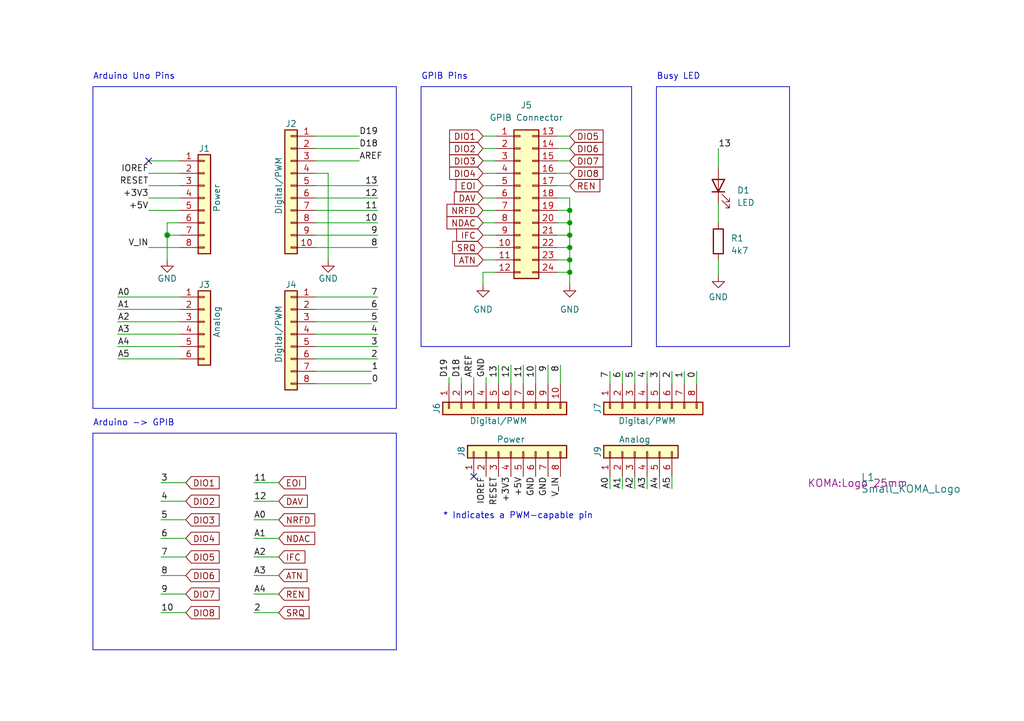
<source format=kicad_sch>
(kicad_sch (version 20230121) (generator eeschema)
  (paper "A5")
  (title_block (date "mar. 31 mars 2015"))
  (lib_symbols
    (symbol "Connector_Generic:Conn_01x06" (pin_names (offset 1.016) hide)
      (property "Reference" "J" (at 0 7.62 0))
      (property "Value" "Conn_01x06" (at 0 -10.16 0))
      (symbol "Conn_01x06_1_1"
        (rectangle (start -1.27 -7.493) (end 0 -7.747) (stroke (width 0.1524)))
        (rectangle (start -1.27 -4.953) (end 0 -5.207) (stroke (width 0.1524)))
        (rectangle (start -1.27 -2.413) (end 0 -2.667) (stroke (width 0.1524)))
        (rectangle (start -1.27 0.127) (end 0 -0.127) (stroke (width 0.1524)))
        (rectangle (start -1.27 2.667) (end 0 2.413) (stroke (width 0.1524)))
        (rectangle (start -1.27 5.207) (end 0 4.953) (stroke (width 0.1524)))
        (rectangle (start -1.27 6.35) (end 1.27 -8.89) (stroke (width 0.254)) (fill (type background)))
        (pin passive line (at -5.08 5.08 0) (length 3.81) (name "Pin_1") (number "1"))
        (pin passive line (at -5.08 2.54 0) (length 3.81) (name "Pin_2") (number "2"))
        (pin passive line (at -5.08 0 0) (length 3.81) (name "Pin_3") (number "3"))
        (pin passive line (at -5.08 -2.54 0) (length 3.81) (name "Pin_4") (number "4"))
        (pin passive line (at -5.08 -5.08 0) (length 3.81) (name "Pin_5") (number "5"))
        (pin passive line (at -5.08 -7.62 0) (length 3.81) (name "Pin_6") (number "6"))
      )
    )
    (symbol "Connector_Generic:Conn_01x08" (pin_names (offset 1.016) hide)
      (property "Reference" "J" (at 0 10.16 0))
      (property "Value" "Conn_01x08" (at 0 -12.7 0))
      (symbol "Conn_01x08_1_1"
        (rectangle (start -1.27 -10.033) (end 0 -10.287) (stroke (width 0.1524)))
        (rectangle (start -1.27 -7.493) (end 0 -7.747) (stroke (width 0.1524)))
        (rectangle (start -1.27 -4.953) (end 0 -5.207) (stroke (width 0.1524)))
        (rectangle (start -1.27 -2.413) (end 0 -2.667) (stroke (width 0.1524)))
        (rectangle (start -1.27 0.127) (end 0 -0.127) (stroke (width 0.1524)))
        (rectangle (start -1.27 2.667) (end 0 2.413) (stroke (width 0.1524)))
        (rectangle (start -1.27 5.207) (end 0 4.953) (stroke (width 0.1524)))
        (rectangle (start -1.27 7.747) (end 0 7.493) (stroke (width 0.1524)))
        (rectangle (start -1.27 8.89) (end 1.27 -11.43) (stroke (width 0.254)) (fill (type background)))
        (pin passive line (at -5.08 7.62 0) (length 3.81) (name "Pin_1") (number "1"))
        (pin passive line (at -5.08 5.08 0) (length 3.81) (name "Pin_2") (number "2"))
        (pin passive line (at -5.08 2.54 0) (length 3.81) (name "Pin_3") (number "3"))
        (pin passive line (at -5.08 0 0) (length 3.81) (name "Pin_4") (number "4"))
        (pin passive line (at -5.08 -2.54 0) (length 3.81) (name "Pin_5") (number "5"))
        (pin passive line (at -5.08 -5.08 0) (length 3.81) (name "Pin_6") (number "6"))
        (pin passive line (at -5.08 -7.62 0) (length 3.81) (name "Pin_7") (number "7"))
        (pin passive line (at -5.08 -10.16 0) (length 3.81) (name "Pin_8") (number "8"))
      )
    )
    (symbol "Connector_Generic:Conn_01x10" (pin_names (offset 1.016) hide)
      (property "Reference" "J" (at 0 12.7 0))
      (property "Value" "Conn_01x10" (at 0 -15.24 0))
      (symbol "Conn_01x10_1_1"
        (rectangle (start -1.27 -12.573) (end 0 -12.827) (stroke (width 0.1524)))
        (rectangle (start -1.27 -10.033) (end 0 -10.287) (stroke (width 0.1524)))
        (rectangle (start -1.27 -7.493) (end 0 -7.747) (stroke (width 0.1524)))
        (rectangle (start -1.27 -4.953) (end 0 -5.207) (stroke (width 0.1524)))
        (rectangle (start -1.27 -2.413) (end 0 -2.667) (stroke (width 0.1524)))
        (rectangle (start -1.27 0.127) (end 0 -0.127) (stroke (width 0.1524)))
        (rectangle (start -1.27 2.667) (end 0 2.413) (stroke (width 0.1524)))
        (rectangle (start -1.27 5.207) (end 0 4.953) (stroke (width 0.1524)))
        (rectangle (start -1.27 7.747) (end 0 7.493) (stroke (width 0.1524)))
        (rectangle (start -1.27 10.287) (end 0 10.033) (stroke (width 0.1524)))
        (rectangle (start -1.27 11.43) (end 1.27 -13.97) (stroke (width 0.254)) (fill (type background)))
        (pin passive line (at -5.08 10.16 0) (length 3.81) (name "Pin_1") (number "1"))
        (pin passive line (at -5.08 -12.7 0) (length 3.81) (name "Pin_10") (number "10"))
        (pin passive line (at -5.08 7.62 0) (length 3.81) (name "Pin_2") (number "2"))
        (pin passive line (at -5.08 5.08 0) (length 3.81) (name "Pin_3") (number "3"))
        (pin passive line (at -5.08 2.54 0) (length 3.81) (name "Pin_4") (number "4"))
        (pin passive line (at -5.08 0 0) (length 3.81) (name "Pin_5") (number "5"))
        (pin passive line (at -5.08 -2.54 0) (length 3.81) (name "Pin_6") (number "6"))
        (pin passive line (at -5.08 -5.08 0) (length 3.81) (name "Pin_7") (number "7"))
        (pin passive line (at -5.08 -7.62 0) (length 3.81) (name "Pin_8") (number "8"))
        (pin passive line (at -5.08 -10.16 0) (length 3.81) (name "Pin_9") (number "9"))
      )
    )
    (symbol "Connector_Generic:Conn_02x12_Top_Bottom" (pin_names (offset 1.016) hide)
      (property "Reference" "J" (at 1.27 15.24 0))
      (property "Value" "Conn_02x12_Top_Bottom" (at 1.27 -17.78 0))
      (symbol "Conn_02x12_Top_Bottom_1_1"
        (rectangle (start -1.27 -15.113) (end 0 -15.367) (stroke (width 0.1524)))
        (rectangle (start -1.27 -12.573) (end 0 -12.827) (stroke (width 0.1524)))
        (rectangle (start -1.27 -10.033) (end 0 -10.287) (stroke (width 0.1524)))
        (rectangle (start -1.27 -7.493) (end 0 -7.747) (stroke (width 0.1524)))
        (rectangle (start -1.27 -4.953) (end 0 -5.207) (stroke (width 0.1524)))
        (rectangle (start -1.27 -2.413) (end 0 -2.667) (stroke (width 0.1524)))
        (rectangle (start -1.27 0.127) (end 0 -0.127) (stroke (width 0.1524)))
        (rectangle (start -1.27 2.667) (end 0 2.413) (stroke (width 0.1524)))
        (rectangle (start -1.27 5.207) (end 0 4.953) (stroke (width 0.1524)))
        (rectangle (start -1.27 7.747) (end 0 7.493) (stroke (width 0.1524)))
        (rectangle (start -1.27 10.287) (end 0 10.033) (stroke (width 0.1524)))
        (rectangle (start -1.27 12.827) (end 0 12.573) (stroke (width 0.1524)))
        (rectangle (start -1.27 13.97) (end 3.81 -16.51) (stroke (width 0.254)) (fill (type background)))
        (rectangle (start 3.81 -15.113) (end 2.54 -15.367) (stroke (width 0.1524)))
        (rectangle (start 3.81 -12.573) (end 2.54 -12.827) (stroke (width 0.1524)))
        (rectangle (start 3.81 -10.033) (end 2.54 -10.287) (stroke (width 0.1524)))
        (rectangle (start 3.81 -7.493) (end 2.54 -7.747) (stroke (width 0.1524)))
        (rectangle (start 3.81 -4.953) (end 2.54 -5.207) (stroke (width 0.1524)))
        (rectangle (start 3.81 -2.413) (end 2.54 -2.667) (stroke (width 0.1524)))
        (rectangle (start 3.81 0.127) (end 2.54 -0.127) (stroke (width 0.1524)))
        (rectangle (start 3.81 2.667) (end 2.54 2.413) (stroke (width 0.1524)))
        (rectangle (start 3.81 5.207) (end 2.54 4.953) (stroke (width 0.1524)))
        (rectangle (start 3.81 7.747) (end 2.54 7.493) (stroke (width 0.1524)))
        (rectangle (start 3.81 10.287) (end 2.54 10.033) (stroke (width 0.1524)))
        (rectangle (start 3.81 12.827) (end 2.54 12.573) (stroke (width 0.1524)))
        (pin passive line (at -5.08 12.7 0) (length 3.81) (name "Pin_1") (number "1"))
        (pin passive line (at -5.08 -10.16 0) (length 3.81) (name "Pin_10") (number "10"))
        (pin passive line (at -5.08 -12.7 0) (length 3.81) (name "Pin_11") (number "11"))
        (pin passive line (at -5.08 -15.24 0) (length 3.81) (name "Pin_12") (number "12"))
        (pin passive line (at 7.62 12.7 180) (length 3.81) (name "Pin_13") (number "13"))
        (pin passive line (at 7.62 10.16 180) (length 3.81) (name "Pin_14") (number "14"))
        (pin passive line (at 7.62 7.62 180) (length 3.81) (name "Pin_15") (number "15"))
        (pin passive line (at 7.62 5.08 180) (length 3.81) (name "Pin_16") (number "16"))
        (pin passive line (at 7.62 2.54 180) (length 3.81) (name "Pin_17") (number "17"))
        (pin passive line (at 7.62 0 180) (length 3.81) (name "Pin_18") (number "18"))
        (pin passive line (at 7.62 -2.54 180) (length 3.81) (name "Pin_19") (number "19"))
        (pin passive line (at -5.08 10.16 0) (length 3.81) (name "Pin_2") (number "2"))
        (pin passive line (at 7.62 -5.08 180) (length 3.81) (name "Pin_20") (number "20"))
        (pin passive line (at 7.62 -7.62 180) (length 3.81) (name "Pin_21") (number "21"))
        (pin passive line (at 7.62 -10.16 180) (length 3.81) (name "Pin_22") (number "22"))
        (pin passive line (at 7.62 -12.7 180) (length 3.81) (name "Pin_23") (number "23"))
        (pin passive line (at 7.62 -15.24 180) (length 3.81) (name "Pin_24") (number "24"))
        (pin passive line (at -5.08 7.62 0) (length 3.81) (name "Pin_3") (number "3"))
        (pin passive line (at -5.08 5.08 0) (length 3.81) (name "Pin_4") (number "4"))
        (pin passive line (at -5.08 2.54 0) (length 3.81) (name "Pin_5") (number "5"))
        (pin passive line (at -5.08 0 0) (length 3.81) (name "Pin_6") (number "6"))
        (pin passive line (at -5.08 -2.54 0) (length 3.81) (name "Pin_7") (number "7"))
        (pin passive line (at -5.08 -5.08 0) (length 3.81) (name "Pin_8") (number "8"))
        (pin passive line (at -5.08 -7.62 0) (length 3.81) (name "Pin_9") (number "9"))
      )
    )
    (symbol "Device:LED" (pin_numbers hide) (pin_names (offset 1.016) hide)
      (property "Reference" "D" (at 0 2.54 0))
      (property "Value" "LED" (at 0 -2.54 0))
      (symbol "LED_0_1"
        (polyline (pts (xy -1.27 -1.27) (xy -1.27 1.27)) (stroke (width 0.254)))
        (polyline (pts (xy -1.27 0) (xy 1.27 0)))
        (polyline (pts (xy 1.27 -1.27) (xy 1.27 1.27) (xy -1.27 0) (xy 1.27 -1.27)) (stroke (width 0.254)))
        (polyline (pts (xy -3.048 -0.762) (xy -4.572 -2.286) (xy -3.81 -2.286) (xy -4.572 -2.286) (xy -4.572 -1.524)))
        (polyline (pts (xy -1.778 -0.762) (xy -3.302 -2.286) (xy -2.54 -2.286) (xy -3.302 -2.286) (xy -3.302 -1.524)))
      )
      (symbol "LED_1_1"
        (pin passive line (at -3.81 0 0) (length 2.54) (name "K") (number "1"))
        (pin passive line (at 3.81 0 180) (length 2.54) (name "A") (number "2"))
      )
    )
    (symbol "Device:R" (pin_numbers hide) (pin_names (offset 0))
      (property "Reference" "R" (at 2.032 0 90))
      (property "Value" "R" (at 0 0 90))
      (symbol "R_0_1"
        (rectangle (start -1.016 -2.54) (end 1.016 2.54) (stroke (width 0.254)))
      )
      (symbol "R_1_1"
        (pin passive line (at 0 3.81 270) (length 1.27) (name "~") (number "1"))
        (pin passive line (at 0 -3.81 90) (length 1.27) (name "~") (number "2"))
      )
    )
    (symbol "GND_1" (power) (pin_names (offset 0))
      (property "Value" "GND_1" (at 0 -3.81 0))
      (symbol "GND_1_0_1"
        (polyline (pts (xy 0 0) (xy 0 -1.27) (xy 1.27 -1.27) (xy 0 -2.54) (xy -1.27 -1.27) (xy 0 -1.27)))
      )
      (symbol "GND_1_1_1"
        (pin power_in line (at 0 0 270) (length 0) hide (name "GND") (number "1"))
      )
    )
    (symbol "GND_2" (power) (pin_names (offset 0))
      (property "Value" "GND_2" (at 0 -3.81 0))
      (symbol "GND_2_0_1"
        (polyline (pts (xy 0 0) (xy 0 -1.27) (xy 1.27 -1.27) (xy 0 -2.54) (xy -1.27 -1.27) (xy 0 -1.27)))
      )
      (symbol "GND_2_1_1"
        (pin power_in line (at 0 0 270) (length 0) hide (name "GND") (number "1"))
      )
    )
    (symbol "KOMA:Small_KOMA_Logo" (pin_names (offset 1.016))
      (property "Reference" "L" (at 0 0 0))
      (property "Value" "Small_KOMA_Logo" (at 0 -2.54 0))
    )
    (symbol "power:GND" (power) (pin_names (offset 0))
      (property "Value" "GND" (at 0 -3.81 0))
      (symbol "GND_0_1"
        (polyline (pts (xy 0 0) (xy 0 -1.27) (xy 1.27 -1.27) (xy 0 -2.54) (xy -1.27 -1.27) (xy 0 -1.27)))
      )
      (symbol "GND_1_1"
        (pin power_in line (at 0 0 270) (length 0) hide (name "GND") (number "1"))
      )
    )
  )
  (junction (at 116.84 50.8))
  (junction (at 116.84 48.26))
  (junction (at 116.84 43.18))
  (junction (at 34.29 48.26) (diameter 1.016))
  (junction (at 116.84 55.88))
  (junction (at 116.84 45.72))
  (junction (at 116.84 53.34))
  (no_connect (at 30.48 33.02))
  (no_connect (at 97.155 97.79))
  (wire (pts (xy 64.77 78.74) (xy 76.2 78.74)))
  (wire (pts (xy 132.715 78.74) (xy 132.715 76.2)))
  (wire (pts (xy 64.77 45.72) (xy 77.47 45.72)))
  (wire (pts (xy 30.48 35.56) (xy 36.83 35.56)))
  (wire (pts (xy 116.84 50.8) (xy 114.3 50.8)))
  (wire (pts (xy 116.84 48.26) (xy 116.84 50.8)))
  (wire (pts (xy 102.235 78.74) (xy 102.235 74.93)))
  (wire (pts (xy 116.84 55.88) (xy 116.84 58.42)))
  (wire (pts (xy 64.77 27.94) (xy 73.66 27.94)))
  (wire (pts (xy 99.06 50.8) (xy 101.6 50.8)))
  (wire (pts (xy 116.84 35.56) (xy 114.3 35.56)))
  (wire (pts (xy 114.3 38.1) (xy 116.84 38.1)))
  (polyline (pts (xy 86.36 71.12) (xy 129.54 71.12)))
  (wire (pts (xy 34.29 45.72) (xy 34.29 48.26)))
  (wire (pts (xy 30.48 33.02) (xy 36.83 33.02)))
  (wire (pts (xy 99.06 45.72) (xy 101.6 45.72)))
  (wire (pts (xy 99.06 38.1) (xy 101.6 38.1)))
  (wire (pts (xy 94.615 78.74) (xy 94.615 77.47)))
  (wire (pts (xy 34.29 48.26) (xy 34.29 53.34)))
  (wire (pts (xy 137.795 97.79) (xy 137.795 100.33)))
  (wire (pts (xy 116.84 53.34) (xy 114.3 53.34)))
  (wire (pts (xy 116.84 40.64) (xy 116.84 43.18)))
  (wire (pts (xy 30.48 40.64) (xy 36.83 40.64)))
  (wire (pts (xy 30.48 43.18) (xy 36.83 43.18)))
  (wire (pts (xy 130.175 78.74) (xy 130.175 76.2)))
  (wire (pts (xy 33.02 102.87) (xy 38.1 102.87)))
  (wire (pts (xy 116.84 50.8) (xy 116.84 53.34)))
  (wire (pts (xy 30.48 38.1) (xy 36.83 38.1)))
  (wire (pts (xy 52.07 106.68) (xy 57.15 106.68)))
  (wire (pts (xy 33.02 99.06) (xy 38.1 99.06)))
  (wire (pts (xy 64.77 38.1) (xy 77.47 38.1)))
  (wire (pts (xy 140.335 78.74) (xy 140.335 76.2)))
  (wire (pts (xy 64.77 60.96) (xy 77.47 60.96)))
  (wire (pts (xy 52.07 118.11) (xy 57.15 118.11)))
  (wire (pts (xy 99.06 53.34) (xy 101.6 53.34)))
  (wire (pts (xy 52.07 102.87) (xy 57.15 102.87)))
  (wire (pts (xy 36.83 60.96) (xy 24.13 60.96)))
  (wire (pts (xy 52.07 125.73) (xy 57.15 125.73)))
  (wire (pts (xy 64.77 40.64) (xy 77.47 40.64)))
  (wire (pts (xy 135.255 78.74) (xy 135.255 76.2)))
  (wire (pts (xy 116.84 40.64) (xy 114.3 40.64)))
  (wire (pts (xy 52.07 114.3) (xy 57.15 114.3)))
  (polyline (pts (xy 19.05 88.9) (xy 19.05 133.35)))
  (wire (pts (xy 64.77 63.5) (xy 77.47 63.5)))
  (wire (pts (xy 116.84 30.48) (xy 114.3 30.48)))
  (wire (pts (xy 33.02 110.49) (xy 38.1 110.49)))
  (wire (pts (xy 116.84 48.26) (xy 114.3 48.26)))
  (wire (pts (xy 116.84 55.88) (xy 114.3 55.88)))
  (wire (pts (xy 52.07 121.92) (xy 57.15 121.92)))
  (wire (pts (xy 64.77 48.26) (xy 77.47 48.26)))
  (wire (pts (xy 132.715 97.79) (xy 132.715 100.33)))
  (wire (pts (xy 116.84 33.02) (xy 114.3 33.02)))
  (wire (pts (xy 64.77 68.58) (xy 77.47 68.58)))
  (wire (pts (xy 116.84 53.34) (xy 116.84 55.88)))
  (wire (pts (xy 127.635 97.79) (xy 127.635 100.33)))
  (wire (pts (xy 99.06 43.18) (xy 101.6 43.18)))
  (wire (pts (xy 147.32 41.91) (xy 147.32 45.72)))
  (polyline (pts (xy 81.28 133.35) (xy 81.28 88.9)))
  (wire (pts (xy 67.31 35.56) (xy 67.31 53.34)))
  (wire (pts (xy 130.175 97.79) (xy 130.175 100.33)))
  (wire (pts (xy 116.84 43.18) (xy 116.84 45.72)))
  (wire (pts (xy 99.695 77.47) (xy 99.695 78.74)))
  (wire (pts (xy 64.77 33.02) (xy 73.66 33.02)))
  (wire (pts (xy 142.875 78.74) (xy 142.875 76.2)))
  (polyline (pts (xy 134.62 17.78) (xy 134.62 71.12)))
  (wire (pts (xy 116.84 45.72) (xy 116.84 48.26)))
  (wire (pts (xy 52.07 110.49) (xy 57.15 110.49)))
  (wire (pts (xy 36.83 66.04) (xy 24.13 66.04)))
  (wire (pts (xy 99.06 27.94) (xy 101.6 27.94)))
  (polyline (pts (xy 19.05 17.78) (xy 81.28 17.78)))
  (wire (pts (xy 109.855 78.74) (xy 109.855 74.93)))
  (wire (pts (xy 36.83 48.26) (xy 34.29 48.26)))
  (polyline (pts (xy 19.05 88.9) (xy 81.28 88.9)))
  (wire (pts (xy 112.395 78.74) (xy 112.395 74.93)))
  (wire (pts (xy 52.07 99.06) (xy 57.15 99.06)))
  (wire (pts (xy 116.84 45.72) (xy 114.3 45.72)))
  (polyline (pts (xy 81.28 83.82) (xy 81.28 17.78)))
  (wire (pts (xy 30.48 50.8) (xy 36.83 50.8)))
  (polyline (pts (xy 19.05 17.78) (xy 19.05 83.82)))
  (wire (pts (xy 116.84 43.18) (xy 114.3 43.18)))
  (wire (pts (xy 125.095 97.79) (xy 125.095 100.33)))
  (wire (pts (xy 24.13 63.5) (xy 36.83 63.5)))
  (polyline (pts (xy 161.925 71.12) (xy 161.925 17.78)))
  (polyline (pts (xy 134.62 17.78) (xy 161.925 17.78)))
  (wire (pts (xy 33.02 118.11) (xy 38.1 118.11)))
  (polyline (pts (xy 86.36 17.78) (xy 86.36 71.12)))
  (wire (pts (xy 99.06 33.02) (xy 101.6 33.02)))
  (wire (pts (xy 97.155 78.74) (xy 97.155 77.47)))
  (wire (pts (xy 24.13 73.66) (xy 36.83 73.66)))
  (wire (pts (xy 33.02 121.92) (xy 38.1 121.92)))
  (wire (pts (xy 64.77 35.56) (xy 67.31 35.56)))
  (wire (pts (xy 116.84 27.94) (xy 114.3 27.94)))
  (wire (pts (xy 33.02 114.3) (xy 38.1 114.3)))
  (wire (pts (xy 36.83 45.72) (xy 34.29 45.72)))
  (wire (pts (xy 135.255 97.79) (xy 135.255 100.33)))
  (polyline (pts (xy 86.36 17.78) (xy 129.54 17.78)))
  (wire (pts (xy 64.77 43.18) (xy 77.47 43.18)))
  (wire (pts (xy 99.06 55.88) (xy 101.6 55.88)))
  (wire (pts (xy 99.06 35.56) (xy 101.6 35.56)))
  (wire (pts (xy 92.075 78.74) (xy 92.075 77.47)))
  (wire (pts (xy 64.77 66.04) (xy 77.47 66.04)))
  (wire (pts (xy 24.13 68.58) (xy 36.83 68.58)))
  (wire (pts (xy 33.02 106.68) (xy 38.1 106.68)))
  (wire (pts (xy 114.935 78.74) (xy 114.935 74.93)))
  (polyline (pts (xy 134.62 71.12) (xy 161.925 71.12)))
  (wire (pts (xy 33.02 125.73) (xy 38.1 125.73)))
  (wire (pts (xy 99.06 40.64) (xy 101.6 40.64)))
  (wire (pts (xy 147.32 53.34) (xy 147.32 56.515)))
  (wire (pts (xy 99.06 55.88) (xy 99.06 58.42)))
  (polyline (pts (xy 19.05 83.82) (xy 81.28 83.82)))
  (polyline (pts (xy 19.05 133.35) (xy 81.28 133.35)))
  (wire (pts (xy 64.77 30.48) (xy 73.66 30.48)))
  (wire (pts (xy 137.795 78.74) (xy 137.795 76.2)))
  (wire (pts (xy 64.77 73.66) (xy 77.47 73.66)))
  (polyline (pts (xy 129.54 71.12) (xy 129.54 17.78)))
  (wire (pts (xy 64.77 71.12) (xy 77.47 71.12)))
  (wire (pts (xy 104.775 78.74) (xy 104.775 74.93)))
  (wire (pts (xy 99.06 30.48) (xy 101.6 30.48)))
  (wire (pts (xy 125.095 78.74) (xy 125.095 76.2)))
  (wire (pts (xy 99.06 48.26) (xy 101.6 48.26)))
  (wire (pts (xy 107.315 78.74) (xy 107.315 74.93)))
  (wire (pts (xy 64.77 76.2) (xy 76.2 76.2)))
  (wire (pts (xy 127.635 78.74) (xy 127.635 76.2)))
  (wire (pts (xy 36.83 71.12) (xy 24.13 71.12)))
  (wire (pts (xy 64.77 50.8) (xy 77.47 50.8)))
  (wire (pts (xy 147.32 30.48) (xy 147.32 34.29)))
  (text "GPIB Pins" (at 86.36 16.51 0) (effects (font (size 1.27 1.27)) (justify left bottom)))
  (text "Arduino -> GPIB" (at 19.05 87.63 0) (effects (font (size 1.27 1.27)) (justify left bottom)))
  (text "Busy LED" (at 134.62 16.51 0) (effects (font (size 1.27 1.27)) (justify left bottom)))
  (text "* Indicates a PWM-capable pin" (at 90.805 106.68 0) (effects (font (size 1.27 1.27)) (justify left bottom)))
  (text "Arduino Uno Pins" (at 19.05 16.51 0) (effects (font (size 1.27 1.27)) (justify left bottom)))
  (label "5" (at 33.02 106.68 0))
  (label "A2" (at 24.13 66.04 0))
  (label "A0" (at 52.07 106.68 0))
  (label "4" (at 77.47 68.58 180))
  (label "A4" (at 52.07 121.92 0))
  (label "1" (at 76.2 76.2 0))
  (label "2" (at 52.07 125.73 0))
  (label "4" (at 132.715 76.2 270))
  (label "2" (at 77.47 73.66 180))
  (label "0" (at 76.2 78.74 0))
  (label "D18" (at 94.615 77.47 90))
  (label "IOREF" (at 99.695 97.79 270))
  (label "RESET" (at 30.48 38.1 180))
  (label "A3" (at 24.13 68.58 0))
  (label "1" (at 140.335 76.2 270))
  (label "D18" (at 73.66 30.48 0))
  (label "9" (at 112.395 74.93 270))
  (label "12" (at 77.47 40.64 180))
  (label "13" (at 147.32 30.48 0))
  (label "+3V3" (at 104.775 97.79 270))
  (label "A4" (at 135.255 100.33 90))
  (label "GND" (at 99.695 77.47 90))
  (label "7" (at 33.02 114.3 0))
  (label "11" (at 52.07 99.06 0))
  (label "A3" (at 132.715 100.33 90))
  (label "10" (at 77.47 45.72 180))
  (label "IOREF" (at 30.48 35.56 180))
  (label "A1" (at 52.07 110.49 0))
  (label "9" (at 33.02 121.92 0))
  (label "A1" (at 127.635 100.33 90))
  (label "A5" (at 24.13 73.66 0))
  (label "GND" (at 109.855 97.79 270))
  (label "0" (at 142.875 76.2 270))
  (label "8" (at 33.02 118.11 0))
  (label "10" (at 109.855 74.93 270))
  (label "3" (at 33.02 99.06 0))
  (label "6" (at 33.02 110.49 0))
  (label "A2" (at 52.07 114.3 0))
  (label "7" (at 77.47 60.96 180))
  (label "RESET" (at 102.235 97.79 270))
  (label "8" (at 77.47 50.8 180))
  (label "AREF" (at 97.155 77.47 90))
  (label "4" (at 33.02 102.87 0))
  (label "D19" (at 92.075 77.47 90))
  (label "12" (at 52.07 102.87 0))
  (label "11" (at 77.47 43.18 180))
  (label "A2" (at 130.175 100.33 90))
  (label "3" (at 77.47 71.12 180))
  (label "+5V" (at 107.315 97.79 270))
  (label "6" (at 127.635 76.2 270))
  (label "V_IN" (at 114.935 97.79 270))
  (label "D19" (at 73.66 27.94 0))
  (label "A3" (at 52.07 118.11 0))
  (label "3" (at 135.255 76.2 270))
  (label "A1" (at 24.13 63.5 0))
  (label "GND" (at 112.395 97.79 270))
  (label "+3V3" (at 30.48 40.64 180))
  (label "+5V" (at 30.48 43.18 180))
  (label "A0" (at 24.13 60.96 0))
  (label "13" (at 102.235 74.93 270))
  (label "6" (at 77.47 63.5 180))
  (label "A0" (at 125.095 100.33 90))
  (label "9" (at 77.47 48.26 180))
  (label "7" (at 125.095 76.2 270))
  (label "V_IN" (at 30.48 50.8 180))
  (label "5" (at 77.47 66.04 180))
  (label "12" (at 104.775 74.93 270))
  (label "A4" (at 24.13 71.12 0))
  (label "2" (at 137.795 76.2 270))
  (label "AREF" (at 73.66 33.02 0))
  (label "5" (at 130.175 76.2 270))
  (label "13" (at 77.47 38.1 180))
  (label "10" (at 33.02 125.73 0))
  (label "11" (at 107.315 74.93 270))
  (label "8" (at 114.935 74.93 270))
  (label "A5" (at 137.795 100.33 90))
  (global_label "DIO2" (shape input) (at 38.1 102.87 0) (property "Intersheetrefs" "${INTERSHEET_REFS}" (effects hide)))
  (global_label "DIO5" (shape input) (at 116.84 27.94 0) (property "Intersheetrefs" "${INTERSHEET_REFS}" (effects hide)))
  (global_label "NRFD" (shape input) (at 99.06 43.18 180) (property "Intersheetrefs" "${INTERSHEET_REFS}" (effects hide)))
  (global_label "SRQ" (shape input) (at 99.06 50.8 180) (property "Intersheetrefs" "${INTERSHEET_REFS}" (effects hide)))
  (global_label "NDAC" (shape input) (at 57.15 110.49 0) (property "Intersheetrefs" "${INTERSHEET_REFS}" (effects hide)))
  (global_label "DIO8" (shape input) (at 38.1 125.73 0) (property "Intersheetrefs" "${INTERSHEET_REFS}" (effects hide)))
  (global_label "DIO7" (shape input) (at 116.84 33.02 0) (property "Intersheetrefs" "${INTERSHEET_REFS}" (effects hide)))
  (global_label "ATN" (shape input) (at 57.15 118.11 0) (property "Intersheetrefs" "${INTERSHEET_REFS}" (effects hide)))
  (global_label "DIO1" (shape input) (at 38.1 99.06 0) (property "Intersheetrefs" "${INTERSHEET_REFS}" (effects hide)))
  (global_label "EOI" (shape input) (at 57.15 99.06 0) (property "Intersheetrefs" "${INTERSHEET_REFS}" (effects hide)))
  (global_label "EOI" (shape input) (at 99.06 38.1 180) (property "Intersheetrefs" "${INTERSHEET_REFS}" (effects hide)))
  (global_label "NDAC" (shape input) (at 99.06 45.72 180) (property "Intersheetrefs" "${INTERSHEET_REFS}" (effects hide)))
  (global_label "DIO7" (shape input) (at 38.1 121.92 0) (property "Intersheetrefs" "${INTERSHEET_REFS}" (effects hide)))
  (global_label "DIO5" (shape input) (at 38.1 114.3 0) (property "Intersheetrefs" "${INTERSHEET_REFS}" (effects hide)))
  (global_label "SRQ" (shape input) (at 57.15 125.73 0) (property "Intersheetrefs" "${INTERSHEET_REFS}" (effects hide)))
  (global_label "DIO3" (shape input) (at 38.1 106.68 0) (property "Intersheetrefs" "${INTERSHEET_REFS}" (effects hide)))
  (global_label "ATN" (shape input) (at 99.06 53.34 180) (property "Intersheetrefs" "${INTERSHEET_REFS}" (effects hide)))
  (global_label "IFC" (shape input) (at 99.06 48.26 180) (property "Intersheetrefs" "${INTERSHEET_REFS}" (effects hide)))
  (global_label "NRFD" (shape input) (at 57.15 106.68 0) (property "Intersheetrefs" "${INTERSHEET_REFS}" (effects hide)))
  (global_label "DIO8" (shape input) (at 116.84 35.56 0) (property "Intersheetrefs" "${INTERSHEET_REFS}" (effects hide)))
  (global_label "DIO2" (shape input) (at 99.06 30.48 180) (property "Intersheetrefs" "${INTERSHEET_REFS}" (effects hide)))
  (global_label "DIO3" (shape input) (at 99.06 33.02 180) (property "Intersheetrefs" "${INTERSHEET_REFS}" (effects hide)))
  (global_label "DAV" (shape input) (at 57.15 102.87 0) (property "Intersheetrefs" "${INTERSHEET_REFS}" (effects hide)))
  (global_label "DIO6" (shape input) (at 38.1 118.11 0) (property "Intersheetrefs" "${INTERSHEET_REFS}" (effects hide)))
  (global_label "DAV" (shape input) (at 99.06 40.64 180) (property "Intersheetrefs" "${INTERSHEET_REFS}" (effects hide)))
  (global_label "DIO6" (shape input) (at 116.84 30.48 0) (property "Intersheetrefs" "${INTERSHEET_REFS}" (effects hide)))
  (global_label "REN" (shape input) (at 57.15 121.92 0) (property "Intersheetrefs" "${INTERSHEET_REFS}" (effects hide)))
  (global_label "REN" (shape input) (at 116.84 38.1 0) (property "Intersheetrefs" "${INTERSHEET_REFS}" (effects hide)))
  (global_label "DIO1" (shape input) (at 99.06 27.94 180) (property "Intersheetrefs" "${INTERSHEET_REFS}" (effects hide)))
  (global_label "IFC" (shape input) (at 57.15 114.3 0) (property "Intersheetrefs" "${INTERSHEET_REFS}" (effects hide)))
  (global_label "DIO4" (shape input) (at 99.06 35.56 180) (property "Intersheetrefs" "${INTERSHEET_REFS}" (effects hide)))
  (global_label "DIO4" (shape input) (at 38.1 110.49 0) (property "Intersheetrefs" "${INTERSHEET_REFS}" (effects hide)))
  (symbol (lib_id "Connector_Generic:Conn_01x08") (at 41.91 40.64 0) (unit 1)
    (property "Reference" "J1" (at 41.91 30.48 0))
    (property "Value" "Power" (at 44.45 40.64 90))
    (property "Footprint" "Connector_PinHeader_2.54mm:PinHeader_1x08_P2.54mm_Vertical" (effects hide))
  )
  (symbol (lib_id "power:GND") (at 34.29 53.34 0) (unit 1)
    (property "Reference" "#PWR04" (effects hide))
    (property "Value" "GND" (at 34.29 57.15 0))
  )
  (symbol (lib_id "Connector_Generic:Conn_01x10") (at 59.69 38.1 0) (mirror y) (unit 1)
    (property "Reference" "J2" (at 59.69 25.4 0))
    (property "Value" "Digital/PWM" (at 57.15 38.1 90))
    (property "Footprint" "Connector_PinHeader_2.54mm:PinHeader_1x10_P2.54mm_Vertical" (effects hide))
  )
  (symbol (lib_id "power:GND") (at 67.31 53.34 0) (unit 1)
    (property "Reference" "#PWR05" (effects hide))
    (property "Value" "GND" (at 67.31 57.15 0))
  )
  (symbol (lib_id "Connector_Generic:Conn_01x06") (at 41.91 66.04 0) (unit 1)
    (property "Reference" "J3" (at 41.91 58.42 0))
    (property "Value" "Analog" (at 44.45 66.04 90))
    (property "Footprint" "Connector_PinHeader_2.54mm:PinHeader_1x06_P2.54mm_Vertical" (effects hide))
  )
  (symbol (lib_id "Connector_Generic:Conn_01x08") (at 59.69 68.58 0) (mirror y) (unit 1)
    (property "Reference" "J4" (at 59.69 58.42 0))
    (property "Value" "Digital/PWM" (at 57.15 68.58 90))
    (property "Footprint" "Connector_PinHeader_2.54mm:PinHeader_1x08_P2.54mm_Vertical" (effects hide))
  )
  (symbol (lib_name "GND_1") (lib_id "power:GND") (at 99.06 58.42 0) (unit 1)
    (property "Reference" "#PWR07" (effects hide))
    (property "Value" "GND" (at 99.06 63.5 0))
  )
  (symbol (lib_name "GND_1") (lib_id "power:GND") (at 116.84 58.42 0) (unit 1)
    (property "Reference" "#PWR06" (effects hide))
    (property "Value" "GND" (at 116.84 63.5 0))
  )
  (symbol (lib_id "Connector_Generic:Conn_01x08") (at 132.715 83.82 90) (mirror x) (unit 1)
    (property "Reference" "J7" (at 122.555 83.82 0))
    (property "Value" "Digital/PWM" (at 132.715 86.36 90))
    (property "Footprint" "Connector_PinHeader_2.54mm:PinHeader_1x08_P2.54mm_Vertical" (effects hide))
  )
  (symbol (lib_id "Device:R") (at 147.32 49.53 0) (unit 1)
    (property "Reference" "R1" (at 149.86 48.895 0) (effects (justify left)))
    (property "Value" "4k7" (at 149.86 51.435 0) (effects (justify left)))
    (property "Footprint" "Resistor_THT:R_Axial_DIN0207_L6.3mm_D2.5mm_P7.62mm_Horizontal" (effects hide))
  )
  (symbol (lib_id "Connector_Generic:Conn_02x12_Top_Bottom") (at 106.68 40.64 0) (unit 1)
    (property "Reference" "J5" (at 107.95 21.59 0))
    (property "Value" "GPIB Connector" (at 107.95 24.13 0))
    (property "Footprint" "GPIB:NorComp 24 Pins female vertical dip solder" (effects hide))
  )
  (symbol (lib_name "GND_2") (lib_id "power:GND") (at 147.32 56.515 0) (unit 1)
    (property "Reference" "#PWR01" (effects hide))
    (property "Value" "GND" (at 147.32 60.96 0))
  )
  (symbol (lib_id "Connector_Generic:Conn_01x06") (at 130.175 92.71 90) (unit 1)
    (property "Reference" "J9" (at 122.555 92.71 0))
    (property "Value" "Analog" (at 130.175 90.17 90))
    (property "Footprint" "Connector_PinHeader_2.54mm:PinHeader_1x06_P2.54mm_Vertical" (effects hide))
  )
  (symbol (lib_id "Connector_Generic:Conn_01x08") (at 104.775 92.71 90) (unit 1)
    (property "Reference" "J8" (at 94.615 92.71 0))
    (property "Value" "Power" (at 104.775 90.17 90))
    (property "Footprint" "Connector_PinHeader_2.54mm:PinHeader_1x08_P2.54mm_Vertical" (effects hide))
  )
  (symbol (lib_id "Device:LED") (at 147.32 38.1 90) (unit 1)
    (property "Reference" "D1" (at 151.13 39.0525 90) (effects (justify right)))
    (property "Value" "LED" (at 151.13 41.5925 90) (effects (justify right)))
    (property "Footprint" "LED_THT:LED_D3.0mm" (effects hide))
  )
  (symbol (lib_id "KOMA:Small_KOMA_Logo") (at 175.26 99.06 0) (unit 1)
    (property "Reference" "L1" (at 176.53 97.9488 0) (effects (font (size 1.524 1.524)) (justify left)))
    (property "Value" "Small_KOMA_Logo" (at 176.53 100.33 0) (effects (font (size 1.524 1.524)) (justify left)))
    (property "Footprint" "KOMA:Logo 25mm" (at 175.895 99.1394 0) (effects (font (size 1.524 1.524))))
  )
  (symbol (lib_id "Connector_Generic:Conn_01x10") (at 102.235 83.82 90) (mirror x) (unit 1)
    (property "Reference" "J6" (at 89.535 83.82 0))
    (property "Value" "Digital/PWM" (at 102.235 86.36 90))
    (property "Footprint" "Connector_PinHeader_2.54mm:PinHeader_1x10_P2.54mm_Vertical" (effects hide))
  )
)
</source>
